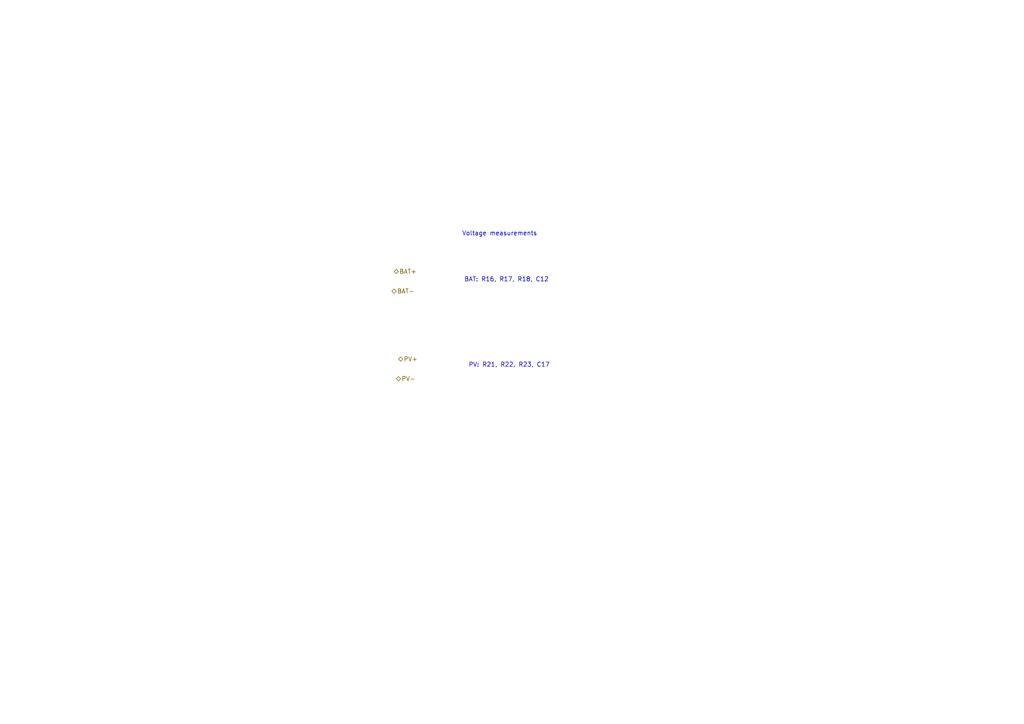
<source format=kicad_sch>
(kicad_sch (version 20211123) (generator eeschema)
  (paper "A4")
  (lib_symbols)
  (text "BAT: R16, R17, R18, C12\n" (at 134.62 81.915 0) (effects (font (size 1.27 1.27)) (justify left bottom)))
  (text "PV: R21, R22, R23, C17" (at 135.89 106.68 0) (effects (font (size 1.27 1.27)) (justify left bottom)))
  (text "Voltage measurements" (at 133.985 68.58 0) (effects (font (size 1.27 1.27)) (justify left bottom)))
  (hierarchical_label "BAT+" (shape bidirectional) (at 114.3 78.74 0))
  (hierarchical_label "BAT-" (shape bidirectional) (at 113.665 84.455 0))
  (hierarchical_label "PV+" (shape bidirectional) (at 115.57 104.14 0))
  (hierarchical_label "PV-" (shape bidirectional) (at 114.935 109.855 0))
)
</source>
